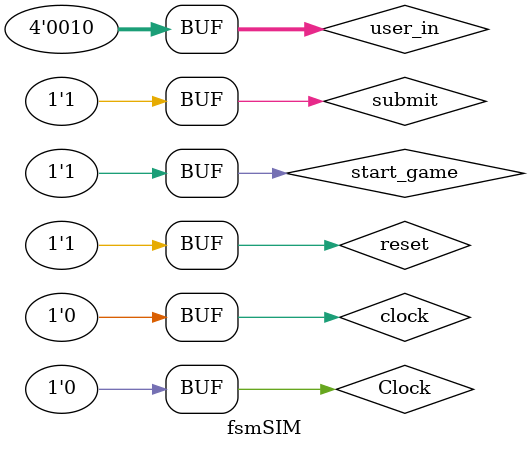
<source format=v>
`timescale 1ns / 1ps


module fsmSIM(

    );
    reg clock,reset,submit,start_game;
    reg [3:0] user_in;
    wire [3:0] Rand;
    wire [3:0] Num_val;
    RandomGen gennum (Clock, Rand);
//    FSM_main uut (Clock,reset,Rand,user_in,start_game,submit,timer,Points);
//    FSM_main uut(clock,reset,RandNumGen,user_in,start_game,submit,points,Num_val);
top_mod uut (clock,reset,user_input,start_game,submit_bt,C,AN,audioOut,aud_sd,btn,PlaySound,ring_sel);
    initial begin
     clock = 0;
     Clock =0;
     repeat(50)
        begin
        #1 Clock = ~Clock;
        end
    end
    initial begin
     reset =1; submit = 0;
     #2 reset = 0;
     #6 reset = 1;
     #4 start_game=1;
     #1 user_in = 2;
     #8 submit =1;
    end    
endmodule

</source>
